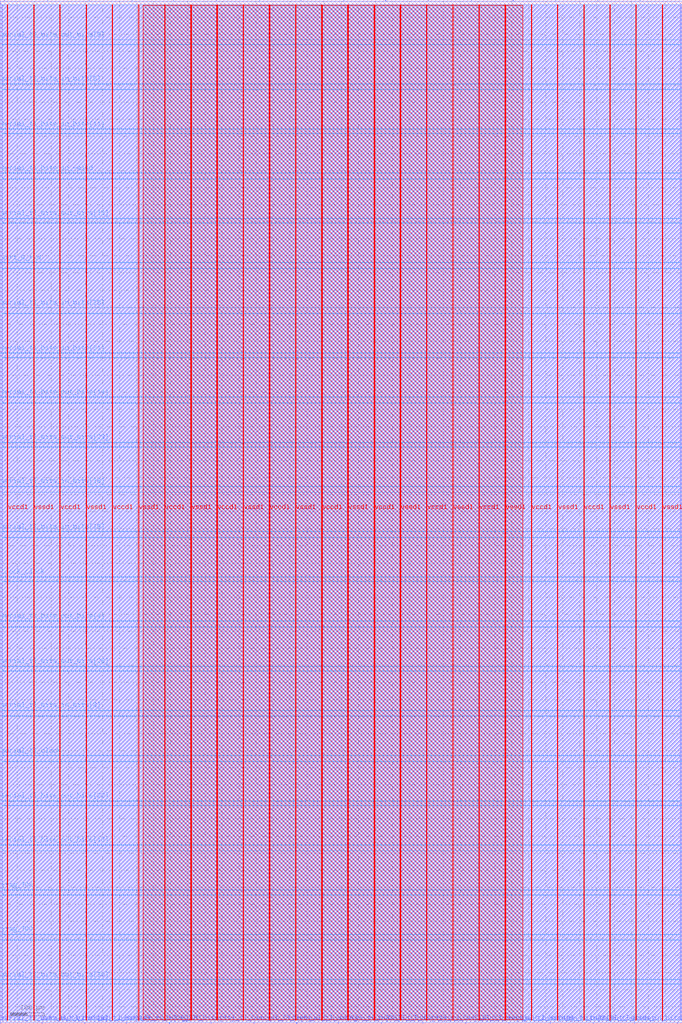
<source format=lef>
VERSION 5.7 ;
  NOWIREEXTENSIONATPIN ON ;
  DIVIDERCHAR "/" ;
  BUSBITCHARS "[]" ;
MACRO ChipTop
  CLASS BLOCK ;
  FOREIGN ChipTop ;
  ORIGIN 0.000 0.000 ;
  SIZE 2000.000 BY 3000.000 ;
  PIN clock_clock
    DIRECTION INPUT ;
    USE SIGNAL ;
    PORT
      LAYER met3 ;
        RECT 0.000 1309.040 4.000 1309.640 ;
    END
  END clock_clock
  PIN custom_boot
    DIRECTION INPUT ;
    USE SIGNAL ;
    PORT
      LAYER met2 ;
        RECT 1007.950 2996.000 1008.230 3000.000 ;
    END
  END custom_boot
  PIN jtag_TCK
    DIRECTION INPUT ;
    USE SIGNAL ;
    PORT
      LAYER met3 ;
        RECT 0.000 391.040 4.000 391.640 ;
    END
  END jtag_TCK
  PIN jtag_TDI
    DIRECTION INPUT ;
    USE SIGNAL ;
    PORT
      LAYER met2 ;
        RECT 495.970 0.000 496.250 4.000 ;
    END
  END jtag_TDI
  PIN jtag_TDO
    DIRECTION OUTPUT TRISTATE ;
    USE SIGNAL ;
    PORT
      LAYER met3 ;
        RECT 0.000 261.840 4.000 262.440 ;
    END
  END jtag_TDO
  PIN jtag_TMS
    DIRECTION INPUT ;
    USE SIGNAL ;
    PORT
      LAYER met3 ;
        RECT 1996.000 2346.040 2000.000 2346.640 ;
    END
  END jtag_TMS
  PIN reset
    DIRECTION INPUT ;
    USE SIGNAL ;
    PORT
      LAYER met2 ;
        RECT 1861.250 0.000 1861.530 4.000 ;
    END
  END reset
  PIN serial_tl_bits_in_bits[0]
    DIRECTION INPUT ;
    USE SIGNAL ;
    PORT
      LAYER met3 ;
        RECT 1996.000 2607.840 2000.000 2608.440 ;
    END
  END serial_tl_bits_in_bits[0]
  PIN serial_tl_bits_in_bits[10]
    DIRECTION INPUT ;
    USE SIGNAL ;
    PORT
      LAYER met3 ;
        RECT 1996.000 1162.840 2000.000 1163.440 ;
    END
  END serial_tl_bits_in_bits[10]
  PIN serial_tl_bits_in_bits[11]
    DIRECTION INPUT ;
    USE SIGNAL ;
    PORT
      LAYER met3 ;
        RECT 0.000 2621.440 4.000 2622.040 ;
    END
  END serial_tl_bits_in_bits[11]
  PIN serial_tl_bits_in_bits[12]
    DIRECTION INPUT ;
    USE SIGNAL ;
    PORT
      LAYER met3 ;
        RECT 1996.000 115.640 2000.000 116.240 ;
    END
  END serial_tl_bits_in_bits[12]
  PIN serial_tl_bits_in_bits[13]
    DIRECTION INPUT ;
    USE SIGNAL ;
    PORT
      LAYER met2 ;
        RECT 1751.770 2996.000 1752.050 3000.000 ;
    END
  END serial_tl_bits_in_bits[13]
  PIN serial_tl_bits_in_bits[14]
    DIRECTION INPUT ;
    USE SIGNAL ;
    PORT
      LAYER met2 ;
        RECT 260.910 2996.000 261.190 3000.000 ;
    END
  END serial_tl_bits_in_bits[14]
  PIN serial_tl_bits_in_bits[15]
    DIRECTION INPUT ;
    USE SIGNAL ;
    PORT
      LAYER met3 ;
        RECT 1996.000 377.440 2000.000 378.040 ;
    END
  END serial_tl_bits_in_bits[15]
  PIN serial_tl_bits_in_bits[16]
    DIRECTION INPUT ;
    USE SIGNAL ;
    PORT
      LAYER met3 ;
        RECT 0.000 1574.240 4.000 1574.840 ;
    END
  END serial_tl_bits_in_bits[16]
  PIN serial_tl_bits_in_bits[17]
    DIRECTION INPUT ;
    USE SIGNAL ;
    PORT
      LAYER met3 ;
        RECT 1996.000 1557.240 2000.000 1557.840 ;
    END
  END serial_tl_bits_in_bits[17]
  PIN serial_tl_bits_in_bits[18]
    DIRECTION INPUT ;
    USE SIGNAL ;
    PORT
      LAYER met3 ;
        RECT 1996.000 1951.640 2000.000 1952.240 ;
    END
  END serial_tl_bits_in_bits[18]
  PIN serial_tl_bits_in_bits[19]
    DIRECTION INPUT ;
    USE SIGNAL ;
    PORT
      LAYER met3 ;
        RECT 0.000 1441.640 4.000 1442.240 ;
    END
  END serial_tl_bits_in_bits[19]
  PIN serial_tl_bits_in_bits[1]
    DIRECTION INPUT ;
    USE SIGNAL ;
    PORT
      LAYER met3 ;
        RECT 1996.000 1295.440 2000.000 1296.040 ;
    END
  END serial_tl_bits_in_bits[1]
  PIN serial_tl_bits_in_bits[20]
    DIRECTION INPUT ;
    USE SIGNAL ;
    PORT
      LAYER met2 ;
        RECT 1877.350 2996.000 1877.630 3000.000 ;
    END
  END serial_tl_bits_in_bits[20]
  PIN serial_tl_bits_in_bits[21]
    DIRECTION INPUT ;
    USE SIGNAL ;
    PORT
      LAYER met3 ;
        RECT 1996.000 1033.640 2000.000 1034.240 ;
    END
  END serial_tl_bits_in_bits[21]
  PIN serial_tl_bits_in_bits[22]
    DIRECTION INPUT ;
    USE SIGNAL ;
    PORT
      LAYER met2 ;
        RECT 1130.310 2996.000 1130.590 3000.000 ;
    END
  END serial_tl_bits_in_bits[22]
  PIN serial_tl_bits_in_bits[23]
    DIRECTION INPUT ;
    USE SIGNAL ;
    PORT
      LAYER met3 ;
        RECT 1996.000 768.440 2000.000 769.040 ;
    END
  END serial_tl_bits_in_bits[23]
  PIN serial_tl_bits_in_bits[24]
    DIRECTION INPUT ;
    USE SIGNAL ;
    PORT
      LAYER met2 ;
        RECT 1490.950 0.000 1491.230 4.000 ;
    END
  END serial_tl_bits_in_bits[24]
  PIN serial_tl_bits_in_bits[25]
    DIRECTION INPUT ;
    USE SIGNAL ;
    PORT
      LAYER met3 ;
        RECT 1996.000 2213.440 2000.000 2214.040 ;
    END
  END serial_tl_bits_in_bits[25]
  PIN serial_tl_bits_in_bits[26]
    DIRECTION INPUT ;
    USE SIGNAL ;
    PORT
      LAYER met3 ;
        RECT 1996.000 2475.240 2000.000 2475.840 ;
    END
  END serial_tl_bits_in_bits[26]
  PIN serial_tl_bits_in_bits[27]
    DIRECTION INPUT ;
    USE SIGNAL ;
    PORT
      LAYER met2 ;
        RECT 1986.830 0.000 1987.110 4.000 ;
    END
  END serial_tl_bits_in_bits[27]
  PIN serial_tl_bits_in_bits[28]
    DIRECTION INPUT ;
    USE SIGNAL ;
    PORT
      LAYER met3 ;
        RECT 0.000 2097.840 4.000 2098.440 ;
    END
  END serial_tl_bits_in_bits[28]
  PIN serial_tl_bits_in_bits[29]
    DIRECTION INPUT ;
    USE SIGNAL ;
    PORT
      LAYER met2 ;
        RECT 248.030 0.000 248.310 4.000 ;
    END
  END serial_tl_bits_in_bits[29]
  PIN serial_tl_bits_in_bits[2]
    DIRECTION INPUT ;
    USE SIGNAL ;
    PORT
      LAYER met2 ;
        RECT 1255.890 2996.000 1256.170 3000.000 ;
    END
  END serial_tl_bits_in_bits[2]
  PIN serial_tl_bits_in_bits[30]
    DIRECTION INPUT ;
    USE SIGNAL ;
    PORT
      LAYER met2 ;
        RECT 869.490 0.000 869.770 4.000 ;
    END
  END serial_tl_bits_in_bits[30]
  PIN serial_tl_bits_in_bits[31]
    DIRECTION INPUT ;
    USE SIGNAL ;
    PORT
      LAYER met3 ;
        RECT 0.000 1965.240 4.000 1965.840 ;
    END
  END serial_tl_bits_in_bits[31]
  PIN serial_tl_bits_in_bits[3]
    DIRECTION INPUT ;
    USE SIGNAL ;
    PORT
      LAYER met3 ;
        RECT 1996.000 2080.840 2000.000 2081.440 ;
    END
  END serial_tl_bits_in_bits[3]
  PIN serial_tl_bits_in_bits[4]
    DIRECTION INPUT ;
    USE SIGNAL ;
    PORT
      LAYER met2 ;
        RECT 386.490 2996.000 386.770 3000.000 ;
    END
  END serial_tl_bits_in_bits[4]
  PIN serial_tl_bits_in_bits[5]
    DIRECTION INPUT ;
    USE SIGNAL ;
    PORT
      LAYER met3 ;
        RECT 0.000 2754.040 4.000 2754.640 ;
    END
  END serial_tl_bits_in_bits[5]
  PIN serial_tl_bits_in_bits[6]
    DIRECTION INPUT ;
    USE SIGNAL ;
    PORT
      LAYER met2 ;
        RECT 618.330 0.000 618.610 4.000 ;
    END
  END serial_tl_bits_in_bits[6]
  PIN serial_tl_bits_in_bits[7]
    DIRECTION INPUT ;
    USE SIGNAL ;
    PORT
      LAYER met2 ;
        RECT 1738.890 0.000 1739.170 4.000 ;
    END
  END serial_tl_bits_in_bits[7]
  PIN serial_tl_bits_in_bits[8]
    DIRECTION INPUT ;
    USE SIGNAL ;
    PORT
      LAYER met3 ;
        RECT 0.000 918.040 4.000 918.640 ;
    END
  END serial_tl_bits_in_bits[8]
  PIN serial_tl_bits_in_bits[9]
    DIRECTION INPUT ;
    USE SIGNAL ;
    PORT
      LAYER met3 ;
        RECT 1996.000 506.640 2000.000 507.240 ;
    END
  END serial_tl_bits_in_bits[9]
  PIN serial_tl_bits_in_ready
    DIRECTION OUTPUT TRISTATE ;
    USE SIGNAL ;
    PORT
      LAYER met2 ;
        RECT 508.850 2996.000 509.130 3000.000 ;
    END
  END serial_tl_bits_in_ready
  PIN serial_tl_bits_in_valid
    DIRECTION INPUT ;
    USE SIGNAL ;
    PORT
      LAYER met3 ;
        RECT 0.000 2492.240 4.000 2492.840 ;
    END
  END serial_tl_bits_in_valid
  PIN serial_tl_bits_out_bits[0]
    DIRECTION OUTPUT TRISTATE ;
    USE SIGNAL ;
    PORT
      LAYER met3 ;
        RECT 1996.000 244.840 2000.000 245.440 ;
    END
  END serial_tl_bits_out_bits[0]
  PIN serial_tl_bits_out_bits[10]
    DIRECTION OUTPUT TRISTATE ;
    USE SIGNAL ;
    PORT
      LAYER met2 ;
        RECT 634.430 2996.000 634.710 3000.000 ;
    END
  END serial_tl_bits_out_bits[10]
  PIN serial_tl_bits_out_bits[11]
    DIRECTION OUTPUT TRISTATE ;
    USE SIGNAL ;
    PORT
      LAYER met3 ;
        RECT 1996.000 901.040 2000.000 901.640 ;
    END
  END serial_tl_bits_out_bits[11]
  PIN serial_tl_bits_out_bits[12]
    DIRECTION OUTPUT TRISTATE ;
    USE SIGNAL ;
    PORT
      LAYER met3 ;
        RECT 1996.000 1424.640 2000.000 1425.240 ;
    END
  END serial_tl_bits_out_bits[12]
  PIN serial_tl_bits_out_bits[13]
    DIRECTION OUTPUT TRISTATE ;
    USE SIGNAL ;
    PORT
      LAYER met3 ;
        RECT 0.000 523.640 4.000 524.240 ;
    END
  END serial_tl_bits_out_bits[13]
  PIN serial_tl_bits_out_bits[14]
    DIRECTION OUTPUT TRISTATE ;
    USE SIGNAL ;
    PORT
      LAYER met3 ;
        RECT 0.000 1836.040 4.000 1836.640 ;
    END
  END serial_tl_bits_out_bits[14]
  PIN serial_tl_bits_out_bits[15]
    DIRECTION OUTPUT TRISTATE ;
    USE SIGNAL ;
    PORT
      LAYER met3 ;
        RECT 0.000 2359.640 4.000 2360.240 ;
    END
  END serial_tl_bits_out_bits[15]
  PIN serial_tl_bits_out_bits[16]
    DIRECTION OUTPUT TRISTATE ;
    USE SIGNAL ;
    PORT
      LAYER met2 ;
        RECT 882.370 2996.000 882.650 3000.000 ;
    END
  END serial_tl_bits_out_bits[16]
  PIN serial_tl_bits_out_bits[17]
    DIRECTION OUTPUT TRISTATE ;
    USE SIGNAL ;
    PORT
      LAYER met2 ;
        RECT 1117.430 0.000 1117.710 4.000 ;
    END
  END serial_tl_bits_out_bits[17]
  PIN serial_tl_bits_out_bits[18]
    DIRECTION OUTPUT TRISTATE ;
    USE SIGNAL ;
    PORT
      LAYER met2 ;
        RECT 0.090 0.000 0.370 4.000 ;
    END
  END serial_tl_bits_out_bits[18]
  PIN serial_tl_bits_out_bits[19]
    DIRECTION OUTPUT TRISTATE ;
    USE SIGNAL ;
    PORT
      LAYER met2 ;
        RECT 1365.370 0.000 1365.650 4.000 ;
    END
  END serial_tl_bits_out_bits[19]
  PIN serial_tl_bits_out_bits[1]
    DIRECTION OUTPUT TRISTATE ;
    USE SIGNAL ;
    PORT
      LAYER met2 ;
        RECT 760.010 2996.000 760.290 3000.000 ;
    END
  END serial_tl_bits_out_bits[1]
  PIN serial_tl_bits_out_bits[20]
    DIRECTION OUTPUT TRISTATE ;
    USE SIGNAL ;
    PORT
      LAYER met2 ;
        RECT 1381.470 2996.000 1381.750 3000.000 ;
    END
  END serial_tl_bits_out_bits[20]
  PIN serial_tl_bits_out_bits[21]
    DIRECTION OUTPUT TRISTATE ;
    USE SIGNAL ;
    PORT
      LAYER met2 ;
        RECT 1999.710 2996.000 1999.990 3000.000 ;
    END
  END serial_tl_bits_out_bits[21]
  PIN serial_tl_bits_out_bits[22]
    DIRECTION OUTPUT TRISTATE ;
    USE SIGNAL ;
    PORT
      LAYER met3 ;
        RECT 0.000 652.840 4.000 653.440 ;
    END
  END serial_tl_bits_out_bits[22]
  PIN serial_tl_bits_out_bits[23]
    DIRECTION OUTPUT TRISTATE ;
    USE SIGNAL ;
    PORT
      LAYER met3 ;
        RECT 0.000 1703.440 4.000 1704.040 ;
    END
  END serial_tl_bits_out_bits[23]
  PIN serial_tl_bits_out_bits[24]
    DIRECTION OUTPUT TRISTATE ;
    USE SIGNAL ;
    PORT
      LAYER met2 ;
        RECT 122.450 0.000 122.730 4.000 ;
    END
  END serial_tl_bits_out_bits[24]
  PIN serial_tl_bits_out_bits[25]
    DIRECTION OUTPUT TRISTATE ;
    USE SIGNAL ;
    PORT
      LAYER met3 ;
        RECT 1996.000 2869.640 2000.000 2870.240 ;
    END
  END serial_tl_bits_out_bits[25]
  PIN serial_tl_bits_out_bits[26]
    DIRECTION OUTPUT TRISTATE ;
    USE SIGNAL ;
    PORT
      LAYER met3 ;
        RECT 0.000 1047.240 4.000 1047.840 ;
    END
  END serial_tl_bits_out_bits[26]
  PIN serial_tl_bits_out_bits[27]
    DIRECTION OUTPUT TRISTATE ;
    USE SIGNAL ;
    PORT
      LAYER met2 ;
        RECT 991.850 0.000 992.130 4.000 ;
    END
  END serial_tl_bits_out_bits[27]
  PIN serial_tl_bits_out_bits[28]
    DIRECTION OUTPUT TRISTATE ;
    USE SIGNAL ;
    PORT
      LAYER met3 ;
        RECT 1996.000 2737.040 2000.000 2737.640 ;
    END
  END serial_tl_bits_out_bits[28]
  PIN serial_tl_bits_out_bits[29]
    DIRECTION OUTPUT TRISTATE ;
    USE SIGNAL ;
    PORT
      LAYER met3 ;
        RECT 1996.000 639.240 2000.000 639.840 ;
    END
  END serial_tl_bits_out_bits[29]
  PIN serial_tl_bits_out_bits[2]
    DIRECTION OUTPUT TRISTATE ;
    USE SIGNAL ;
    PORT
      LAYER met2 ;
        RECT 12.970 2996.000 13.250 3000.000 ;
    END
  END serial_tl_bits_out_bits[2]
  PIN serial_tl_bits_out_bits[30]
    DIRECTION OUTPUT TRISTATE ;
    USE SIGNAL ;
    PORT
      LAYER met3 ;
        RECT 0.000 129.240 4.000 129.840 ;
    END
  END serial_tl_bits_out_bits[30]
  PIN serial_tl_bits_out_bits[31]
    DIRECTION OUTPUT TRISTATE ;
    USE SIGNAL ;
    PORT
      LAYER met2 ;
        RECT 370.390 0.000 370.670 4.000 ;
    END
  END serial_tl_bits_out_bits[31]
  PIN serial_tl_bits_out_bits[3]
    DIRECTION OUTPUT TRISTATE ;
    USE SIGNAL ;
    PORT
      LAYER met2 ;
        RECT 743.910 0.000 744.190 4.000 ;
    END
  END serial_tl_bits_out_bits[3]
  PIN serial_tl_bits_out_bits[4]
    DIRECTION OUTPUT TRISTATE ;
    USE SIGNAL ;
    PORT
      LAYER met3 ;
        RECT 0.000 1179.840 4.000 1180.440 ;
    END
  END serial_tl_bits_out_bits[4]
  PIN serial_tl_bits_out_bits[5]
    DIRECTION OUTPUT TRISTATE ;
    USE SIGNAL ;
    PORT
      LAYER met3 ;
        RECT 1996.000 1819.040 2000.000 1819.640 ;
    END
  END serial_tl_bits_out_bits[5]
  PIN serial_tl_bits_out_bits[6]
    DIRECTION OUTPUT TRISTATE ;
    USE SIGNAL ;
    PORT
      LAYER met2 ;
        RECT 1239.790 0.000 1240.070 4.000 ;
    END
  END serial_tl_bits_out_bits[6]
  PIN serial_tl_bits_out_bits[7]
    DIRECTION OUTPUT TRISTATE ;
    USE SIGNAL ;
    PORT
      LAYER met2 ;
        RECT 1629.410 2996.000 1629.690 3000.000 ;
    END
  END serial_tl_bits_out_bits[7]
  PIN serial_tl_bits_out_bits[8]
    DIRECTION OUTPUT TRISTATE ;
    USE SIGNAL ;
    PORT
      LAYER met2 ;
        RECT 1503.830 2996.000 1504.110 3000.000 ;
    END
  END serial_tl_bits_out_bits[8]
  PIN serial_tl_bits_out_bits[9]
    DIRECTION OUTPUT TRISTATE ;
    USE SIGNAL ;
    PORT
      LAYER met3 ;
        RECT 0.000 2883.240 4.000 2883.840 ;
    END
  END serial_tl_bits_out_bits[9]
  PIN serial_tl_bits_out_ready
    DIRECTION INPUT ;
    USE SIGNAL ;
    PORT
      LAYER met2 ;
        RECT 138.550 2996.000 138.830 3000.000 ;
    END
  END serial_tl_bits_out_ready
  PIN serial_tl_bits_out_valid
    DIRECTION OUTPUT TRISTATE ;
    USE SIGNAL ;
    PORT
      LAYER met2 ;
        RECT 1613.310 0.000 1613.590 4.000 ;
    END
  END serial_tl_bits_out_valid
  PIN serial_tl_clock
    DIRECTION OUTPUT TRISTATE ;
    USE SIGNAL ;
    PORT
      LAYER met3 ;
        RECT 0.000 785.440 4.000 786.040 ;
    END
  END serial_tl_clock
  PIN uart_0_rxd
    DIRECTION INPUT ;
    USE SIGNAL ;
    PORT
      LAYER met3 ;
        RECT 0.000 2230.440 4.000 2231.040 ;
    END
  END uart_0_rxd
  PIN uart_0_txd
    DIRECTION OUTPUT TRISTATE ;
    USE SIGNAL ;
    PORT
      LAYER met3 ;
        RECT 1996.000 1689.840 2000.000 1690.440 ;
    END
  END uart_0_txd
  PIN vccd1
    DIRECTION INOUT ;
    USE POWER ;
    PORT
      LAYER met4 ;
        RECT 21.040 10.640 22.640 2986.800 ;
    END
    PORT
      LAYER met4 ;
        RECT 174.640 10.640 176.240 2986.800 ;
    END
    PORT
      LAYER met4 ;
        RECT 328.240 10.640 329.840 2986.800 ;
    END
    PORT
      LAYER met4 ;
        RECT 481.840 10.640 483.440 2986.800 ;
    END
    PORT
      LAYER met4 ;
        RECT 635.440 10.640 637.040 2986.800 ;
    END
    PORT
      LAYER met4 ;
        RECT 789.040 10.640 790.640 2986.800 ;
    END
    PORT
      LAYER met4 ;
        RECT 942.640 10.640 944.240 2986.800 ;
    END
    PORT
      LAYER met4 ;
        RECT 1096.240 10.640 1097.840 2986.800 ;
    END
    PORT
      LAYER met4 ;
        RECT 1249.840 10.640 1251.440 2986.800 ;
    END
    PORT
      LAYER met4 ;
        RECT 1403.440 10.640 1405.040 2986.800 ;
    END
    PORT
      LAYER met4 ;
        RECT 1557.040 10.640 1558.640 2986.800 ;
    END
    PORT
      LAYER met4 ;
        RECT 1710.640 10.640 1712.240 2986.800 ;
    END
    PORT
      LAYER met4 ;
        RECT 1864.240 10.640 1865.840 2986.800 ;
    END
  END vccd1
  PIN vssd1
    DIRECTION INOUT ;
    USE GROUND ;
    PORT
      LAYER met4 ;
        RECT 97.840 10.640 99.440 2986.800 ;
    END
    PORT
      LAYER met4 ;
        RECT 251.440 10.640 253.040 2986.800 ;
    END
    PORT
      LAYER met4 ;
        RECT 405.040 10.640 406.640 2986.800 ;
    END
    PORT
      LAYER met4 ;
        RECT 558.640 10.640 560.240 2986.800 ;
    END
    PORT
      LAYER met4 ;
        RECT 712.240 10.640 713.840 2986.800 ;
    END
    PORT
      LAYER met4 ;
        RECT 865.840 10.640 867.440 2986.800 ;
    END
    PORT
      LAYER met4 ;
        RECT 1019.440 10.640 1021.040 2986.800 ;
    END
    PORT
      LAYER met4 ;
        RECT 1173.040 10.640 1174.640 2986.800 ;
    END
    PORT
      LAYER met4 ;
        RECT 1326.640 10.640 1328.240 2986.800 ;
    END
    PORT
      LAYER met4 ;
        RECT 1480.240 10.640 1481.840 2986.800 ;
    END
    PORT
      LAYER met4 ;
        RECT 1633.840 10.640 1635.440 2986.800 ;
    END
    PORT
      LAYER met4 ;
        RECT 1787.440 10.640 1789.040 2986.800 ;
    END
    PORT
      LAYER met4 ;
        RECT 1941.040 10.640 1942.640 2986.800 ;
    END
  END vssd1
  OBS
      LAYER li1 ;
        RECT 5.520 10.795 1994.100 2986.645 ;
      LAYER met1 ;
        RECT 0.070 10.640 1998.630 2986.800 ;
      LAYER met2 ;
        RECT 0.100 2995.720 12.690 2996.490 ;
        RECT 13.530 2995.720 138.270 2996.490 ;
        RECT 139.110 2995.720 260.630 2996.490 ;
        RECT 261.470 2995.720 386.210 2996.490 ;
        RECT 387.050 2995.720 508.570 2996.490 ;
        RECT 509.410 2995.720 634.150 2996.490 ;
        RECT 634.990 2995.720 759.730 2996.490 ;
        RECT 760.570 2995.720 882.090 2996.490 ;
        RECT 882.930 2995.720 1007.670 2996.490 ;
        RECT 1008.510 2995.720 1130.030 2996.490 ;
        RECT 1130.870 2995.720 1255.610 2996.490 ;
        RECT 1256.450 2995.720 1381.190 2996.490 ;
        RECT 1382.030 2995.720 1503.550 2996.490 ;
        RECT 1504.390 2995.720 1629.130 2996.490 ;
        RECT 1629.970 2995.720 1751.490 2996.490 ;
        RECT 1752.330 2995.720 1877.070 2996.490 ;
        RECT 1877.910 2995.720 1999.430 2996.490 ;
        RECT 0.100 4.280 1999.710 2995.720 ;
        RECT 0.650 4.000 122.170 4.280 ;
        RECT 123.010 4.000 247.750 4.280 ;
        RECT 248.590 4.000 370.110 4.280 ;
        RECT 370.950 4.000 495.690 4.280 ;
        RECT 496.530 4.000 618.050 4.280 ;
        RECT 618.890 4.000 743.630 4.280 ;
        RECT 744.470 4.000 869.210 4.280 ;
        RECT 870.050 4.000 991.570 4.280 ;
        RECT 992.410 4.000 1117.150 4.280 ;
        RECT 1117.990 4.000 1239.510 4.280 ;
        RECT 1240.350 4.000 1365.090 4.280 ;
        RECT 1365.930 4.000 1490.670 4.280 ;
        RECT 1491.510 4.000 1613.030 4.280 ;
        RECT 1613.870 4.000 1738.610 4.280 ;
        RECT 1739.450 4.000 1860.970 4.280 ;
        RECT 1861.810 4.000 1986.550 4.280 ;
        RECT 1987.390 4.000 1999.710 4.280 ;
      LAYER met3 ;
        RECT 4.000 2884.240 1996.000 2986.725 ;
        RECT 4.400 2882.840 1996.000 2884.240 ;
        RECT 4.000 2870.640 1996.000 2882.840 ;
        RECT 4.000 2869.240 1995.600 2870.640 ;
        RECT 4.000 2755.040 1996.000 2869.240 ;
        RECT 4.400 2753.640 1996.000 2755.040 ;
        RECT 4.000 2738.040 1996.000 2753.640 ;
        RECT 4.000 2736.640 1995.600 2738.040 ;
        RECT 4.000 2622.440 1996.000 2736.640 ;
        RECT 4.400 2621.040 1996.000 2622.440 ;
        RECT 4.000 2608.840 1996.000 2621.040 ;
        RECT 4.000 2607.440 1995.600 2608.840 ;
        RECT 4.000 2493.240 1996.000 2607.440 ;
        RECT 4.400 2491.840 1996.000 2493.240 ;
        RECT 4.000 2476.240 1996.000 2491.840 ;
        RECT 4.000 2474.840 1995.600 2476.240 ;
        RECT 4.000 2360.640 1996.000 2474.840 ;
        RECT 4.400 2359.240 1996.000 2360.640 ;
        RECT 4.000 2347.040 1996.000 2359.240 ;
        RECT 4.000 2345.640 1995.600 2347.040 ;
        RECT 4.000 2231.440 1996.000 2345.640 ;
        RECT 4.400 2230.040 1996.000 2231.440 ;
        RECT 4.000 2214.440 1996.000 2230.040 ;
        RECT 4.000 2213.040 1995.600 2214.440 ;
        RECT 4.000 2098.840 1996.000 2213.040 ;
        RECT 4.400 2097.440 1996.000 2098.840 ;
        RECT 4.000 2081.840 1996.000 2097.440 ;
        RECT 4.000 2080.440 1995.600 2081.840 ;
        RECT 4.000 1966.240 1996.000 2080.440 ;
        RECT 4.400 1964.840 1996.000 1966.240 ;
        RECT 4.000 1952.640 1996.000 1964.840 ;
        RECT 4.000 1951.240 1995.600 1952.640 ;
        RECT 4.000 1837.040 1996.000 1951.240 ;
        RECT 4.400 1835.640 1996.000 1837.040 ;
        RECT 4.000 1820.040 1996.000 1835.640 ;
        RECT 4.000 1818.640 1995.600 1820.040 ;
        RECT 4.000 1704.440 1996.000 1818.640 ;
        RECT 4.400 1703.040 1996.000 1704.440 ;
        RECT 4.000 1690.840 1996.000 1703.040 ;
        RECT 4.000 1689.440 1995.600 1690.840 ;
        RECT 4.000 1575.240 1996.000 1689.440 ;
        RECT 4.400 1573.840 1996.000 1575.240 ;
        RECT 4.000 1558.240 1996.000 1573.840 ;
        RECT 4.000 1556.840 1995.600 1558.240 ;
        RECT 4.000 1442.640 1996.000 1556.840 ;
        RECT 4.400 1441.240 1996.000 1442.640 ;
        RECT 4.000 1425.640 1996.000 1441.240 ;
        RECT 4.000 1424.240 1995.600 1425.640 ;
        RECT 4.000 1310.040 1996.000 1424.240 ;
        RECT 4.400 1308.640 1996.000 1310.040 ;
        RECT 4.000 1296.440 1996.000 1308.640 ;
        RECT 4.000 1295.040 1995.600 1296.440 ;
        RECT 4.000 1180.840 1996.000 1295.040 ;
        RECT 4.400 1179.440 1996.000 1180.840 ;
        RECT 4.000 1163.840 1996.000 1179.440 ;
        RECT 4.000 1162.440 1995.600 1163.840 ;
        RECT 4.000 1048.240 1996.000 1162.440 ;
        RECT 4.400 1046.840 1996.000 1048.240 ;
        RECT 4.000 1034.640 1996.000 1046.840 ;
        RECT 4.000 1033.240 1995.600 1034.640 ;
        RECT 4.000 919.040 1996.000 1033.240 ;
        RECT 4.400 917.640 1996.000 919.040 ;
        RECT 4.000 902.040 1996.000 917.640 ;
        RECT 4.000 900.640 1995.600 902.040 ;
        RECT 4.000 786.440 1996.000 900.640 ;
        RECT 4.400 785.040 1996.000 786.440 ;
        RECT 4.000 769.440 1996.000 785.040 ;
        RECT 4.000 768.040 1995.600 769.440 ;
        RECT 4.000 653.840 1996.000 768.040 ;
        RECT 4.400 652.440 1996.000 653.840 ;
        RECT 4.000 640.240 1996.000 652.440 ;
        RECT 4.000 638.840 1995.600 640.240 ;
        RECT 4.000 524.640 1996.000 638.840 ;
        RECT 4.400 523.240 1996.000 524.640 ;
        RECT 4.000 507.640 1996.000 523.240 ;
        RECT 4.000 506.240 1995.600 507.640 ;
        RECT 4.000 392.040 1996.000 506.240 ;
        RECT 4.400 390.640 1996.000 392.040 ;
        RECT 4.000 378.440 1996.000 390.640 ;
        RECT 4.000 377.040 1995.600 378.440 ;
        RECT 4.000 262.840 1996.000 377.040 ;
        RECT 4.400 261.440 1996.000 262.840 ;
        RECT 4.000 245.840 1996.000 261.440 ;
        RECT 4.000 244.440 1995.600 245.840 ;
        RECT 4.000 130.240 1996.000 244.440 ;
        RECT 4.400 128.840 1996.000 130.240 ;
        RECT 4.000 116.640 1996.000 128.840 ;
        RECT 4.000 115.240 1995.600 116.640 ;
        RECT 4.000 10.715 1996.000 115.240 ;
      LAYER met4 ;
        RECT 418.895 11.735 481.440 2985.025 ;
        RECT 483.840 11.735 558.240 2985.025 ;
        RECT 560.640 11.735 635.040 2985.025 ;
        RECT 637.440 11.735 711.840 2985.025 ;
        RECT 714.240 11.735 788.640 2985.025 ;
        RECT 791.040 11.735 865.440 2985.025 ;
        RECT 867.840 11.735 942.240 2985.025 ;
        RECT 944.640 11.735 1019.040 2985.025 ;
        RECT 1021.440 11.735 1095.840 2985.025 ;
        RECT 1098.240 11.735 1172.640 2985.025 ;
        RECT 1175.040 11.735 1249.440 2985.025 ;
        RECT 1251.840 11.735 1326.240 2985.025 ;
        RECT 1328.640 11.735 1403.040 2985.025 ;
        RECT 1405.440 11.735 1479.840 2985.025 ;
        RECT 1482.240 11.735 1532.425 2985.025 ;
  END
END ChipTop
END LIBRARY


</source>
